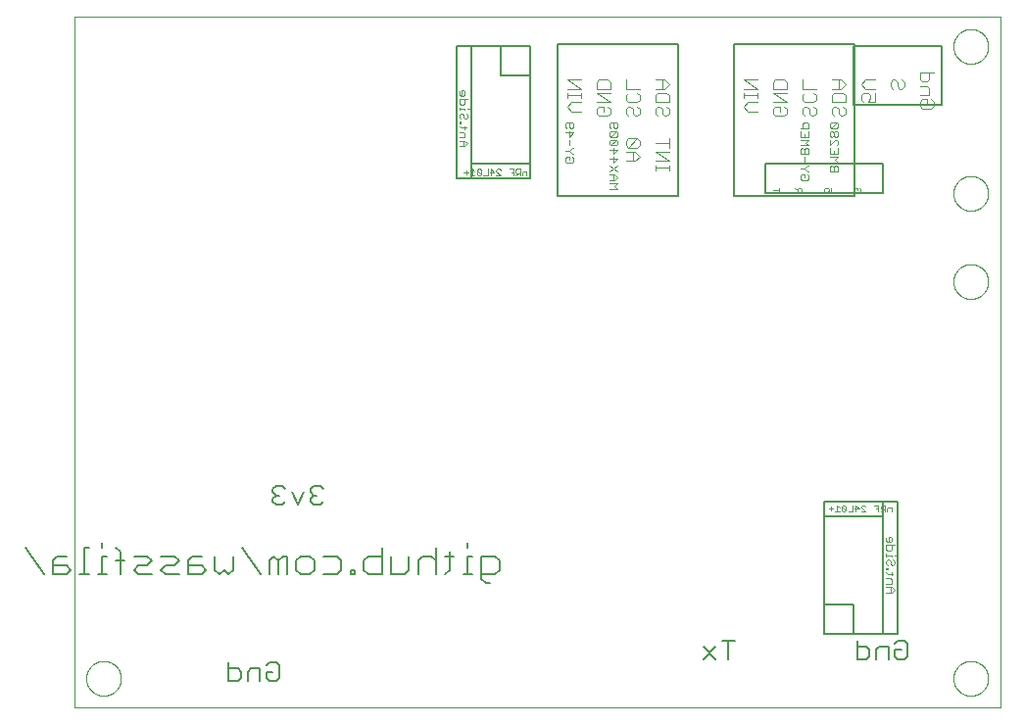
<source format=gbo>
G75*
%MOIN*%
%OFA0B0*%
%FSLAX25Y25*%
%IPPOS*%
%LPD*%
%AMOC8*
5,1,8,0,0,1.08239X$1,22.5*
%
%ADD10C,0.00000*%
%ADD11C,0.00800*%
%ADD12C,0.00600*%
%ADD13C,0.00500*%
%ADD14C,0.00300*%
%ADD15C,0.00200*%
%ADD16C,0.00400*%
D10*
X0023540Y0001000D02*
X0023540Y0235980D01*
X0338501Y0235980D01*
X0338501Y0001000D01*
X0023540Y0001000D01*
X0027634Y0011000D02*
X0027636Y0011153D01*
X0027642Y0011307D01*
X0027652Y0011460D01*
X0027666Y0011612D01*
X0027684Y0011765D01*
X0027706Y0011916D01*
X0027731Y0012067D01*
X0027761Y0012218D01*
X0027795Y0012368D01*
X0027832Y0012516D01*
X0027873Y0012664D01*
X0027918Y0012810D01*
X0027967Y0012956D01*
X0028020Y0013100D01*
X0028076Y0013242D01*
X0028136Y0013383D01*
X0028200Y0013523D01*
X0028267Y0013661D01*
X0028338Y0013797D01*
X0028413Y0013931D01*
X0028490Y0014063D01*
X0028572Y0014193D01*
X0028656Y0014321D01*
X0028744Y0014447D01*
X0028835Y0014570D01*
X0028929Y0014691D01*
X0029027Y0014809D01*
X0029127Y0014925D01*
X0029231Y0015038D01*
X0029337Y0015149D01*
X0029446Y0015257D01*
X0029558Y0015362D01*
X0029672Y0015463D01*
X0029790Y0015562D01*
X0029909Y0015658D01*
X0030031Y0015751D01*
X0030156Y0015840D01*
X0030283Y0015927D01*
X0030412Y0016009D01*
X0030543Y0016089D01*
X0030676Y0016165D01*
X0030811Y0016238D01*
X0030948Y0016307D01*
X0031087Y0016372D01*
X0031227Y0016434D01*
X0031369Y0016492D01*
X0031512Y0016547D01*
X0031657Y0016598D01*
X0031803Y0016645D01*
X0031950Y0016688D01*
X0032098Y0016727D01*
X0032247Y0016763D01*
X0032397Y0016794D01*
X0032548Y0016822D01*
X0032699Y0016846D01*
X0032852Y0016866D01*
X0033004Y0016882D01*
X0033157Y0016894D01*
X0033310Y0016902D01*
X0033463Y0016906D01*
X0033617Y0016906D01*
X0033770Y0016902D01*
X0033923Y0016894D01*
X0034076Y0016882D01*
X0034228Y0016866D01*
X0034381Y0016846D01*
X0034532Y0016822D01*
X0034683Y0016794D01*
X0034833Y0016763D01*
X0034982Y0016727D01*
X0035130Y0016688D01*
X0035277Y0016645D01*
X0035423Y0016598D01*
X0035568Y0016547D01*
X0035711Y0016492D01*
X0035853Y0016434D01*
X0035993Y0016372D01*
X0036132Y0016307D01*
X0036269Y0016238D01*
X0036404Y0016165D01*
X0036537Y0016089D01*
X0036668Y0016009D01*
X0036797Y0015927D01*
X0036924Y0015840D01*
X0037049Y0015751D01*
X0037171Y0015658D01*
X0037290Y0015562D01*
X0037408Y0015463D01*
X0037522Y0015362D01*
X0037634Y0015257D01*
X0037743Y0015149D01*
X0037849Y0015038D01*
X0037953Y0014925D01*
X0038053Y0014809D01*
X0038151Y0014691D01*
X0038245Y0014570D01*
X0038336Y0014447D01*
X0038424Y0014321D01*
X0038508Y0014193D01*
X0038590Y0014063D01*
X0038667Y0013931D01*
X0038742Y0013797D01*
X0038813Y0013661D01*
X0038880Y0013523D01*
X0038944Y0013383D01*
X0039004Y0013242D01*
X0039060Y0013100D01*
X0039113Y0012956D01*
X0039162Y0012810D01*
X0039207Y0012664D01*
X0039248Y0012516D01*
X0039285Y0012368D01*
X0039319Y0012218D01*
X0039349Y0012067D01*
X0039374Y0011916D01*
X0039396Y0011765D01*
X0039414Y0011612D01*
X0039428Y0011460D01*
X0039438Y0011307D01*
X0039444Y0011153D01*
X0039446Y0011000D01*
X0039444Y0010847D01*
X0039438Y0010693D01*
X0039428Y0010540D01*
X0039414Y0010388D01*
X0039396Y0010235D01*
X0039374Y0010084D01*
X0039349Y0009933D01*
X0039319Y0009782D01*
X0039285Y0009632D01*
X0039248Y0009484D01*
X0039207Y0009336D01*
X0039162Y0009190D01*
X0039113Y0009044D01*
X0039060Y0008900D01*
X0039004Y0008758D01*
X0038944Y0008617D01*
X0038880Y0008477D01*
X0038813Y0008339D01*
X0038742Y0008203D01*
X0038667Y0008069D01*
X0038590Y0007937D01*
X0038508Y0007807D01*
X0038424Y0007679D01*
X0038336Y0007553D01*
X0038245Y0007430D01*
X0038151Y0007309D01*
X0038053Y0007191D01*
X0037953Y0007075D01*
X0037849Y0006962D01*
X0037743Y0006851D01*
X0037634Y0006743D01*
X0037522Y0006638D01*
X0037408Y0006537D01*
X0037290Y0006438D01*
X0037171Y0006342D01*
X0037049Y0006249D01*
X0036924Y0006160D01*
X0036797Y0006073D01*
X0036668Y0005991D01*
X0036537Y0005911D01*
X0036404Y0005835D01*
X0036269Y0005762D01*
X0036132Y0005693D01*
X0035993Y0005628D01*
X0035853Y0005566D01*
X0035711Y0005508D01*
X0035568Y0005453D01*
X0035423Y0005402D01*
X0035277Y0005355D01*
X0035130Y0005312D01*
X0034982Y0005273D01*
X0034833Y0005237D01*
X0034683Y0005206D01*
X0034532Y0005178D01*
X0034381Y0005154D01*
X0034228Y0005134D01*
X0034076Y0005118D01*
X0033923Y0005106D01*
X0033770Y0005098D01*
X0033617Y0005094D01*
X0033463Y0005094D01*
X0033310Y0005098D01*
X0033157Y0005106D01*
X0033004Y0005118D01*
X0032852Y0005134D01*
X0032699Y0005154D01*
X0032548Y0005178D01*
X0032397Y0005206D01*
X0032247Y0005237D01*
X0032098Y0005273D01*
X0031950Y0005312D01*
X0031803Y0005355D01*
X0031657Y0005402D01*
X0031512Y0005453D01*
X0031369Y0005508D01*
X0031227Y0005566D01*
X0031087Y0005628D01*
X0030948Y0005693D01*
X0030811Y0005762D01*
X0030676Y0005835D01*
X0030543Y0005911D01*
X0030412Y0005991D01*
X0030283Y0006073D01*
X0030156Y0006160D01*
X0030031Y0006249D01*
X0029909Y0006342D01*
X0029790Y0006438D01*
X0029672Y0006537D01*
X0029558Y0006638D01*
X0029446Y0006743D01*
X0029337Y0006851D01*
X0029231Y0006962D01*
X0029127Y0007075D01*
X0029027Y0007191D01*
X0028929Y0007309D01*
X0028835Y0007430D01*
X0028744Y0007553D01*
X0028656Y0007679D01*
X0028572Y0007807D01*
X0028490Y0007937D01*
X0028413Y0008069D01*
X0028338Y0008203D01*
X0028267Y0008339D01*
X0028200Y0008477D01*
X0028136Y0008617D01*
X0028076Y0008758D01*
X0028020Y0008900D01*
X0027967Y0009044D01*
X0027918Y0009190D01*
X0027873Y0009336D01*
X0027832Y0009484D01*
X0027795Y0009632D01*
X0027761Y0009782D01*
X0027731Y0009933D01*
X0027706Y0010084D01*
X0027684Y0010235D01*
X0027666Y0010388D01*
X0027652Y0010540D01*
X0027642Y0010693D01*
X0027636Y0010847D01*
X0027634Y0011000D01*
X0322634Y0011000D02*
X0322636Y0011153D01*
X0322642Y0011307D01*
X0322652Y0011460D01*
X0322666Y0011612D01*
X0322684Y0011765D01*
X0322706Y0011916D01*
X0322731Y0012067D01*
X0322761Y0012218D01*
X0322795Y0012368D01*
X0322832Y0012516D01*
X0322873Y0012664D01*
X0322918Y0012810D01*
X0322967Y0012956D01*
X0323020Y0013100D01*
X0323076Y0013242D01*
X0323136Y0013383D01*
X0323200Y0013523D01*
X0323267Y0013661D01*
X0323338Y0013797D01*
X0323413Y0013931D01*
X0323490Y0014063D01*
X0323572Y0014193D01*
X0323656Y0014321D01*
X0323744Y0014447D01*
X0323835Y0014570D01*
X0323929Y0014691D01*
X0324027Y0014809D01*
X0324127Y0014925D01*
X0324231Y0015038D01*
X0324337Y0015149D01*
X0324446Y0015257D01*
X0324558Y0015362D01*
X0324672Y0015463D01*
X0324790Y0015562D01*
X0324909Y0015658D01*
X0325031Y0015751D01*
X0325156Y0015840D01*
X0325283Y0015927D01*
X0325412Y0016009D01*
X0325543Y0016089D01*
X0325676Y0016165D01*
X0325811Y0016238D01*
X0325948Y0016307D01*
X0326087Y0016372D01*
X0326227Y0016434D01*
X0326369Y0016492D01*
X0326512Y0016547D01*
X0326657Y0016598D01*
X0326803Y0016645D01*
X0326950Y0016688D01*
X0327098Y0016727D01*
X0327247Y0016763D01*
X0327397Y0016794D01*
X0327548Y0016822D01*
X0327699Y0016846D01*
X0327852Y0016866D01*
X0328004Y0016882D01*
X0328157Y0016894D01*
X0328310Y0016902D01*
X0328463Y0016906D01*
X0328617Y0016906D01*
X0328770Y0016902D01*
X0328923Y0016894D01*
X0329076Y0016882D01*
X0329228Y0016866D01*
X0329381Y0016846D01*
X0329532Y0016822D01*
X0329683Y0016794D01*
X0329833Y0016763D01*
X0329982Y0016727D01*
X0330130Y0016688D01*
X0330277Y0016645D01*
X0330423Y0016598D01*
X0330568Y0016547D01*
X0330711Y0016492D01*
X0330853Y0016434D01*
X0330993Y0016372D01*
X0331132Y0016307D01*
X0331269Y0016238D01*
X0331404Y0016165D01*
X0331537Y0016089D01*
X0331668Y0016009D01*
X0331797Y0015927D01*
X0331924Y0015840D01*
X0332049Y0015751D01*
X0332171Y0015658D01*
X0332290Y0015562D01*
X0332408Y0015463D01*
X0332522Y0015362D01*
X0332634Y0015257D01*
X0332743Y0015149D01*
X0332849Y0015038D01*
X0332953Y0014925D01*
X0333053Y0014809D01*
X0333151Y0014691D01*
X0333245Y0014570D01*
X0333336Y0014447D01*
X0333424Y0014321D01*
X0333508Y0014193D01*
X0333590Y0014063D01*
X0333667Y0013931D01*
X0333742Y0013797D01*
X0333813Y0013661D01*
X0333880Y0013523D01*
X0333944Y0013383D01*
X0334004Y0013242D01*
X0334060Y0013100D01*
X0334113Y0012956D01*
X0334162Y0012810D01*
X0334207Y0012664D01*
X0334248Y0012516D01*
X0334285Y0012368D01*
X0334319Y0012218D01*
X0334349Y0012067D01*
X0334374Y0011916D01*
X0334396Y0011765D01*
X0334414Y0011612D01*
X0334428Y0011460D01*
X0334438Y0011307D01*
X0334444Y0011153D01*
X0334446Y0011000D01*
X0334444Y0010847D01*
X0334438Y0010693D01*
X0334428Y0010540D01*
X0334414Y0010388D01*
X0334396Y0010235D01*
X0334374Y0010084D01*
X0334349Y0009933D01*
X0334319Y0009782D01*
X0334285Y0009632D01*
X0334248Y0009484D01*
X0334207Y0009336D01*
X0334162Y0009190D01*
X0334113Y0009044D01*
X0334060Y0008900D01*
X0334004Y0008758D01*
X0333944Y0008617D01*
X0333880Y0008477D01*
X0333813Y0008339D01*
X0333742Y0008203D01*
X0333667Y0008069D01*
X0333590Y0007937D01*
X0333508Y0007807D01*
X0333424Y0007679D01*
X0333336Y0007553D01*
X0333245Y0007430D01*
X0333151Y0007309D01*
X0333053Y0007191D01*
X0332953Y0007075D01*
X0332849Y0006962D01*
X0332743Y0006851D01*
X0332634Y0006743D01*
X0332522Y0006638D01*
X0332408Y0006537D01*
X0332290Y0006438D01*
X0332171Y0006342D01*
X0332049Y0006249D01*
X0331924Y0006160D01*
X0331797Y0006073D01*
X0331668Y0005991D01*
X0331537Y0005911D01*
X0331404Y0005835D01*
X0331269Y0005762D01*
X0331132Y0005693D01*
X0330993Y0005628D01*
X0330853Y0005566D01*
X0330711Y0005508D01*
X0330568Y0005453D01*
X0330423Y0005402D01*
X0330277Y0005355D01*
X0330130Y0005312D01*
X0329982Y0005273D01*
X0329833Y0005237D01*
X0329683Y0005206D01*
X0329532Y0005178D01*
X0329381Y0005154D01*
X0329228Y0005134D01*
X0329076Y0005118D01*
X0328923Y0005106D01*
X0328770Y0005098D01*
X0328617Y0005094D01*
X0328463Y0005094D01*
X0328310Y0005098D01*
X0328157Y0005106D01*
X0328004Y0005118D01*
X0327852Y0005134D01*
X0327699Y0005154D01*
X0327548Y0005178D01*
X0327397Y0005206D01*
X0327247Y0005237D01*
X0327098Y0005273D01*
X0326950Y0005312D01*
X0326803Y0005355D01*
X0326657Y0005402D01*
X0326512Y0005453D01*
X0326369Y0005508D01*
X0326227Y0005566D01*
X0326087Y0005628D01*
X0325948Y0005693D01*
X0325811Y0005762D01*
X0325676Y0005835D01*
X0325543Y0005911D01*
X0325412Y0005991D01*
X0325283Y0006073D01*
X0325156Y0006160D01*
X0325031Y0006249D01*
X0324909Y0006342D01*
X0324790Y0006438D01*
X0324672Y0006537D01*
X0324558Y0006638D01*
X0324446Y0006743D01*
X0324337Y0006851D01*
X0324231Y0006962D01*
X0324127Y0007075D01*
X0324027Y0007191D01*
X0323929Y0007309D01*
X0323835Y0007430D01*
X0323744Y0007553D01*
X0323656Y0007679D01*
X0323572Y0007807D01*
X0323490Y0007937D01*
X0323413Y0008069D01*
X0323338Y0008203D01*
X0323267Y0008339D01*
X0323200Y0008477D01*
X0323136Y0008617D01*
X0323076Y0008758D01*
X0323020Y0008900D01*
X0322967Y0009044D01*
X0322918Y0009190D01*
X0322873Y0009336D01*
X0322832Y0009484D01*
X0322795Y0009632D01*
X0322761Y0009782D01*
X0322731Y0009933D01*
X0322706Y0010084D01*
X0322684Y0010235D01*
X0322666Y0010388D01*
X0322652Y0010540D01*
X0322642Y0010693D01*
X0322636Y0010847D01*
X0322634Y0011000D01*
X0322634Y0146000D02*
X0322636Y0146153D01*
X0322642Y0146307D01*
X0322652Y0146460D01*
X0322666Y0146612D01*
X0322684Y0146765D01*
X0322706Y0146916D01*
X0322731Y0147067D01*
X0322761Y0147218D01*
X0322795Y0147368D01*
X0322832Y0147516D01*
X0322873Y0147664D01*
X0322918Y0147810D01*
X0322967Y0147956D01*
X0323020Y0148100D01*
X0323076Y0148242D01*
X0323136Y0148383D01*
X0323200Y0148523D01*
X0323267Y0148661D01*
X0323338Y0148797D01*
X0323413Y0148931D01*
X0323490Y0149063D01*
X0323572Y0149193D01*
X0323656Y0149321D01*
X0323744Y0149447D01*
X0323835Y0149570D01*
X0323929Y0149691D01*
X0324027Y0149809D01*
X0324127Y0149925D01*
X0324231Y0150038D01*
X0324337Y0150149D01*
X0324446Y0150257D01*
X0324558Y0150362D01*
X0324672Y0150463D01*
X0324790Y0150562D01*
X0324909Y0150658D01*
X0325031Y0150751D01*
X0325156Y0150840D01*
X0325283Y0150927D01*
X0325412Y0151009D01*
X0325543Y0151089D01*
X0325676Y0151165D01*
X0325811Y0151238D01*
X0325948Y0151307D01*
X0326087Y0151372D01*
X0326227Y0151434D01*
X0326369Y0151492D01*
X0326512Y0151547D01*
X0326657Y0151598D01*
X0326803Y0151645D01*
X0326950Y0151688D01*
X0327098Y0151727D01*
X0327247Y0151763D01*
X0327397Y0151794D01*
X0327548Y0151822D01*
X0327699Y0151846D01*
X0327852Y0151866D01*
X0328004Y0151882D01*
X0328157Y0151894D01*
X0328310Y0151902D01*
X0328463Y0151906D01*
X0328617Y0151906D01*
X0328770Y0151902D01*
X0328923Y0151894D01*
X0329076Y0151882D01*
X0329228Y0151866D01*
X0329381Y0151846D01*
X0329532Y0151822D01*
X0329683Y0151794D01*
X0329833Y0151763D01*
X0329982Y0151727D01*
X0330130Y0151688D01*
X0330277Y0151645D01*
X0330423Y0151598D01*
X0330568Y0151547D01*
X0330711Y0151492D01*
X0330853Y0151434D01*
X0330993Y0151372D01*
X0331132Y0151307D01*
X0331269Y0151238D01*
X0331404Y0151165D01*
X0331537Y0151089D01*
X0331668Y0151009D01*
X0331797Y0150927D01*
X0331924Y0150840D01*
X0332049Y0150751D01*
X0332171Y0150658D01*
X0332290Y0150562D01*
X0332408Y0150463D01*
X0332522Y0150362D01*
X0332634Y0150257D01*
X0332743Y0150149D01*
X0332849Y0150038D01*
X0332953Y0149925D01*
X0333053Y0149809D01*
X0333151Y0149691D01*
X0333245Y0149570D01*
X0333336Y0149447D01*
X0333424Y0149321D01*
X0333508Y0149193D01*
X0333590Y0149063D01*
X0333667Y0148931D01*
X0333742Y0148797D01*
X0333813Y0148661D01*
X0333880Y0148523D01*
X0333944Y0148383D01*
X0334004Y0148242D01*
X0334060Y0148100D01*
X0334113Y0147956D01*
X0334162Y0147810D01*
X0334207Y0147664D01*
X0334248Y0147516D01*
X0334285Y0147368D01*
X0334319Y0147218D01*
X0334349Y0147067D01*
X0334374Y0146916D01*
X0334396Y0146765D01*
X0334414Y0146612D01*
X0334428Y0146460D01*
X0334438Y0146307D01*
X0334444Y0146153D01*
X0334446Y0146000D01*
X0334444Y0145847D01*
X0334438Y0145693D01*
X0334428Y0145540D01*
X0334414Y0145388D01*
X0334396Y0145235D01*
X0334374Y0145084D01*
X0334349Y0144933D01*
X0334319Y0144782D01*
X0334285Y0144632D01*
X0334248Y0144484D01*
X0334207Y0144336D01*
X0334162Y0144190D01*
X0334113Y0144044D01*
X0334060Y0143900D01*
X0334004Y0143758D01*
X0333944Y0143617D01*
X0333880Y0143477D01*
X0333813Y0143339D01*
X0333742Y0143203D01*
X0333667Y0143069D01*
X0333590Y0142937D01*
X0333508Y0142807D01*
X0333424Y0142679D01*
X0333336Y0142553D01*
X0333245Y0142430D01*
X0333151Y0142309D01*
X0333053Y0142191D01*
X0332953Y0142075D01*
X0332849Y0141962D01*
X0332743Y0141851D01*
X0332634Y0141743D01*
X0332522Y0141638D01*
X0332408Y0141537D01*
X0332290Y0141438D01*
X0332171Y0141342D01*
X0332049Y0141249D01*
X0331924Y0141160D01*
X0331797Y0141073D01*
X0331668Y0140991D01*
X0331537Y0140911D01*
X0331404Y0140835D01*
X0331269Y0140762D01*
X0331132Y0140693D01*
X0330993Y0140628D01*
X0330853Y0140566D01*
X0330711Y0140508D01*
X0330568Y0140453D01*
X0330423Y0140402D01*
X0330277Y0140355D01*
X0330130Y0140312D01*
X0329982Y0140273D01*
X0329833Y0140237D01*
X0329683Y0140206D01*
X0329532Y0140178D01*
X0329381Y0140154D01*
X0329228Y0140134D01*
X0329076Y0140118D01*
X0328923Y0140106D01*
X0328770Y0140098D01*
X0328617Y0140094D01*
X0328463Y0140094D01*
X0328310Y0140098D01*
X0328157Y0140106D01*
X0328004Y0140118D01*
X0327852Y0140134D01*
X0327699Y0140154D01*
X0327548Y0140178D01*
X0327397Y0140206D01*
X0327247Y0140237D01*
X0327098Y0140273D01*
X0326950Y0140312D01*
X0326803Y0140355D01*
X0326657Y0140402D01*
X0326512Y0140453D01*
X0326369Y0140508D01*
X0326227Y0140566D01*
X0326087Y0140628D01*
X0325948Y0140693D01*
X0325811Y0140762D01*
X0325676Y0140835D01*
X0325543Y0140911D01*
X0325412Y0140991D01*
X0325283Y0141073D01*
X0325156Y0141160D01*
X0325031Y0141249D01*
X0324909Y0141342D01*
X0324790Y0141438D01*
X0324672Y0141537D01*
X0324558Y0141638D01*
X0324446Y0141743D01*
X0324337Y0141851D01*
X0324231Y0141962D01*
X0324127Y0142075D01*
X0324027Y0142191D01*
X0323929Y0142309D01*
X0323835Y0142430D01*
X0323744Y0142553D01*
X0323656Y0142679D01*
X0323572Y0142807D01*
X0323490Y0142937D01*
X0323413Y0143069D01*
X0323338Y0143203D01*
X0323267Y0143339D01*
X0323200Y0143477D01*
X0323136Y0143617D01*
X0323076Y0143758D01*
X0323020Y0143900D01*
X0322967Y0144044D01*
X0322918Y0144190D01*
X0322873Y0144336D01*
X0322832Y0144484D01*
X0322795Y0144632D01*
X0322761Y0144782D01*
X0322731Y0144933D01*
X0322706Y0145084D01*
X0322684Y0145235D01*
X0322666Y0145388D01*
X0322652Y0145540D01*
X0322642Y0145693D01*
X0322636Y0145847D01*
X0322634Y0146000D01*
X0322634Y0176000D02*
X0322636Y0176153D01*
X0322642Y0176307D01*
X0322652Y0176460D01*
X0322666Y0176612D01*
X0322684Y0176765D01*
X0322706Y0176916D01*
X0322731Y0177067D01*
X0322761Y0177218D01*
X0322795Y0177368D01*
X0322832Y0177516D01*
X0322873Y0177664D01*
X0322918Y0177810D01*
X0322967Y0177956D01*
X0323020Y0178100D01*
X0323076Y0178242D01*
X0323136Y0178383D01*
X0323200Y0178523D01*
X0323267Y0178661D01*
X0323338Y0178797D01*
X0323413Y0178931D01*
X0323490Y0179063D01*
X0323572Y0179193D01*
X0323656Y0179321D01*
X0323744Y0179447D01*
X0323835Y0179570D01*
X0323929Y0179691D01*
X0324027Y0179809D01*
X0324127Y0179925D01*
X0324231Y0180038D01*
X0324337Y0180149D01*
X0324446Y0180257D01*
X0324558Y0180362D01*
X0324672Y0180463D01*
X0324790Y0180562D01*
X0324909Y0180658D01*
X0325031Y0180751D01*
X0325156Y0180840D01*
X0325283Y0180927D01*
X0325412Y0181009D01*
X0325543Y0181089D01*
X0325676Y0181165D01*
X0325811Y0181238D01*
X0325948Y0181307D01*
X0326087Y0181372D01*
X0326227Y0181434D01*
X0326369Y0181492D01*
X0326512Y0181547D01*
X0326657Y0181598D01*
X0326803Y0181645D01*
X0326950Y0181688D01*
X0327098Y0181727D01*
X0327247Y0181763D01*
X0327397Y0181794D01*
X0327548Y0181822D01*
X0327699Y0181846D01*
X0327852Y0181866D01*
X0328004Y0181882D01*
X0328157Y0181894D01*
X0328310Y0181902D01*
X0328463Y0181906D01*
X0328617Y0181906D01*
X0328770Y0181902D01*
X0328923Y0181894D01*
X0329076Y0181882D01*
X0329228Y0181866D01*
X0329381Y0181846D01*
X0329532Y0181822D01*
X0329683Y0181794D01*
X0329833Y0181763D01*
X0329982Y0181727D01*
X0330130Y0181688D01*
X0330277Y0181645D01*
X0330423Y0181598D01*
X0330568Y0181547D01*
X0330711Y0181492D01*
X0330853Y0181434D01*
X0330993Y0181372D01*
X0331132Y0181307D01*
X0331269Y0181238D01*
X0331404Y0181165D01*
X0331537Y0181089D01*
X0331668Y0181009D01*
X0331797Y0180927D01*
X0331924Y0180840D01*
X0332049Y0180751D01*
X0332171Y0180658D01*
X0332290Y0180562D01*
X0332408Y0180463D01*
X0332522Y0180362D01*
X0332634Y0180257D01*
X0332743Y0180149D01*
X0332849Y0180038D01*
X0332953Y0179925D01*
X0333053Y0179809D01*
X0333151Y0179691D01*
X0333245Y0179570D01*
X0333336Y0179447D01*
X0333424Y0179321D01*
X0333508Y0179193D01*
X0333590Y0179063D01*
X0333667Y0178931D01*
X0333742Y0178797D01*
X0333813Y0178661D01*
X0333880Y0178523D01*
X0333944Y0178383D01*
X0334004Y0178242D01*
X0334060Y0178100D01*
X0334113Y0177956D01*
X0334162Y0177810D01*
X0334207Y0177664D01*
X0334248Y0177516D01*
X0334285Y0177368D01*
X0334319Y0177218D01*
X0334349Y0177067D01*
X0334374Y0176916D01*
X0334396Y0176765D01*
X0334414Y0176612D01*
X0334428Y0176460D01*
X0334438Y0176307D01*
X0334444Y0176153D01*
X0334446Y0176000D01*
X0334444Y0175847D01*
X0334438Y0175693D01*
X0334428Y0175540D01*
X0334414Y0175388D01*
X0334396Y0175235D01*
X0334374Y0175084D01*
X0334349Y0174933D01*
X0334319Y0174782D01*
X0334285Y0174632D01*
X0334248Y0174484D01*
X0334207Y0174336D01*
X0334162Y0174190D01*
X0334113Y0174044D01*
X0334060Y0173900D01*
X0334004Y0173758D01*
X0333944Y0173617D01*
X0333880Y0173477D01*
X0333813Y0173339D01*
X0333742Y0173203D01*
X0333667Y0173069D01*
X0333590Y0172937D01*
X0333508Y0172807D01*
X0333424Y0172679D01*
X0333336Y0172553D01*
X0333245Y0172430D01*
X0333151Y0172309D01*
X0333053Y0172191D01*
X0332953Y0172075D01*
X0332849Y0171962D01*
X0332743Y0171851D01*
X0332634Y0171743D01*
X0332522Y0171638D01*
X0332408Y0171537D01*
X0332290Y0171438D01*
X0332171Y0171342D01*
X0332049Y0171249D01*
X0331924Y0171160D01*
X0331797Y0171073D01*
X0331668Y0170991D01*
X0331537Y0170911D01*
X0331404Y0170835D01*
X0331269Y0170762D01*
X0331132Y0170693D01*
X0330993Y0170628D01*
X0330853Y0170566D01*
X0330711Y0170508D01*
X0330568Y0170453D01*
X0330423Y0170402D01*
X0330277Y0170355D01*
X0330130Y0170312D01*
X0329982Y0170273D01*
X0329833Y0170237D01*
X0329683Y0170206D01*
X0329532Y0170178D01*
X0329381Y0170154D01*
X0329228Y0170134D01*
X0329076Y0170118D01*
X0328923Y0170106D01*
X0328770Y0170098D01*
X0328617Y0170094D01*
X0328463Y0170094D01*
X0328310Y0170098D01*
X0328157Y0170106D01*
X0328004Y0170118D01*
X0327852Y0170134D01*
X0327699Y0170154D01*
X0327548Y0170178D01*
X0327397Y0170206D01*
X0327247Y0170237D01*
X0327098Y0170273D01*
X0326950Y0170312D01*
X0326803Y0170355D01*
X0326657Y0170402D01*
X0326512Y0170453D01*
X0326369Y0170508D01*
X0326227Y0170566D01*
X0326087Y0170628D01*
X0325948Y0170693D01*
X0325811Y0170762D01*
X0325676Y0170835D01*
X0325543Y0170911D01*
X0325412Y0170991D01*
X0325283Y0171073D01*
X0325156Y0171160D01*
X0325031Y0171249D01*
X0324909Y0171342D01*
X0324790Y0171438D01*
X0324672Y0171537D01*
X0324558Y0171638D01*
X0324446Y0171743D01*
X0324337Y0171851D01*
X0324231Y0171962D01*
X0324127Y0172075D01*
X0324027Y0172191D01*
X0323929Y0172309D01*
X0323835Y0172430D01*
X0323744Y0172553D01*
X0323656Y0172679D01*
X0323572Y0172807D01*
X0323490Y0172937D01*
X0323413Y0173069D01*
X0323338Y0173203D01*
X0323267Y0173339D01*
X0323200Y0173477D01*
X0323136Y0173617D01*
X0323076Y0173758D01*
X0323020Y0173900D01*
X0322967Y0174044D01*
X0322918Y0174190D01*
X0322873Y0174336D01*
X0322832Y0174484D01*
X0322795Y0174632D01*
X0322761Y0174782D01*
X0322731Y0174933D01*
X0322706Y0175084D01*
X0322684Y0175235D01*
X0322666Y0175388D01*
X0322652Y0175540D01*
X0322642Y0175693D01*
X0322636Y0175847D01*
X0322634Y0176000D01*
X0322634Y0226000D02*
X0322636Y0226153D01*
X0322642Y0226307D01*
X0322652Y0226460D01*
X0322666Y0226612D01*
X0322684Y0226765D01*
X0322706Y0226916D01*
X0322731Y0227067D01*
X0322761Y0227218D01*
X0322795Y0227368D01*
X0322832Y0227516D01*
X0322873Y0227664D01*
X0322918Y0227810D01*
X0322967Y0227956D01*
X0323020Y0228100D01*
X0323076Y0228242D01*
X0323136Y0228383D01*
X0323200Y0228523D01*
X0323267Y0228661D01*
X0323338Y0228797D01*
X0323413Y0228931D01*
X0323490Y0229063D01*
X0323572Y0229193D01*
X0323656Y0229321D01*
X0323744Y0229447D01*
X0323835Y0229570D01*
X0323929Y0229691D01*
X0324027Y0229809D01*
X0324127Y0229925D01*
X0324231Y0230038D01*
X0324337Y0230149D01*
X0324446Y0230257D01*
X0324558Y0230362D01*
X0324672Y0230463D01*
X0324790Y0230562D01*
X0324909Y0230658D01*
X0325031Y0230751D01*
X0325156Y0230840D01*
X0325283Y0230927D01*
X0325412Y0231009D01*
X0325543Y0231089D01*
X0325676Y0231165D01*
X0325811Y0231238D01*
X0325948Y0231307D01*
X0326087Y0231372D01*
X0326227Y0231434D01*
X0326369Y0231492D01*
X0326512Y0231547D01*
X0326657Y0231598D01*
X0326803Y0231645D01*
X0326950Y0231688D01*
X0327098Y0231727D01*
X0327247Y0231763D01*
X0327397Y0231794D01*
X0327548Y0231822D01*
X0327699Y0231846D01*
X0327852Y0231866D01*
X0328004Y0231882D01*
X0328157Y0231894D01*
X0328310Y0231902D01*
X0328463Y0231906D01*
X0328617Y0231906D01*
X0328770Y0231902D01*
X0328923Y0231894D01*
X0329076Y0231882D01*
X0329228Y0231866D01*
X0329381Y0231846D01*
X0329532Y0231822D01*
X0329683Y0231794D01*
X0329833Y0231763D01*
X0329982Y0231727D01*
X0330130Y0231688D01*
X0330277Y0231645D01*
X0330423Y0231598D01*
X0330568Y0231547D01*
X0330711Y0231492D01*
X0330853Y0231434D01*
X0330993Y0231372D01*
X0331132Y0231307D01*
X0331269Y0231238D01*
X0331404Y0231165D01*
X0331537Y0231089D01*
X0331668Y0231009D01*
X0331797Y0230927D01*
X0331924Y0230840D01*
X0332049Y0230751D01*
X0332171Y0230658D01*
X0332290Y0230562D01*
X0332408Y0230463D01*
X0332522Y0230362D01*
X0332634Y0230257D01*
X0332743Y0230149D01*
X0332849Y0230038D01*
X0332953Y0229925D01*
X0333053Y0229809D01*
X0333151Y0229691D01*
X0333245Y0229570D01*
X0333336Y0229447D01*
X0333424Y0229321D01*
X0333508Y0229193D01*
X0333590Y0229063D01*
X0333667Y0228931D01*
X0333742Y0228797D01*
X0333813Y0228661D01*
X0333880Y0228523D01*
X0333944Y0228383D01*
X0334004Y0228242D01*
X0334060Y0228100D01*
X0334113Y0227956D01*
X0334162Y0227810D01*
X0334207Y0227664D01*
X0334248Y0227516D01*
X0334285Y0227368D01*
X0334319Y0227218D01*
X0334349Y0227067D01*
X0334374Y0226916D01*
X0334396Y0226765D01*
X0334414Y0226612D01*
X0334428Y0226460D01*
X0334438Y0226307D01*
X0334444Y0226153D01*
X0334446Y0226000D01*
X0334444Y0225847D01*
X0334438Y0225693D01*
X0334428Y0225540D01*
X0334414Y0225388D01*
X0334396Y0225235D01*
X0334374Y0225084D01*
X0334349Y0224933D01*
X0334319Y0224782D01*
X0334285Y0224632D01*
X0334248Y0224484D01*
X0334207Y0224336D01*
X0334162Y0224190D01*
X0334113Y0224044D01*
X0334060Y0223900D01*
X0334004Y0223758D01*
X0333944Y0223617D01*
X0333880Y0223477D01*
X0333813Y0223339D01*
X0333742Y0223203D01*
X0333667Y0223069D01*
X0333590Y0222937D01*
X0333508Y0222807D01*
X0333424Y0222679D01*
X0333336Y0222553D01*
X0333245Y0222430D01*
X0333151Y0222309D01*
X0333053Y0222191D01*
X0332953Y0222075D01*
X0332849Y0221962D01*
X0332743Y0221851D01*
X0332634Y0221743D01*
X0332522Y0221638D01*
X0332408Y0221537D01*
X0332290Y0221438D01*
X0332171Y0221342D01*
X0332049Y0221249D01*
X0331924Y0221160D01*
X0331797Y0221073D01*
X0331668Y0220991D01*
X0331537Y0220911D01*
X0331404Y0220835D01*
X0331269Y0220762D01*
X0331132Y0220693D01*
X0330993Y0220628D01*
X0330853Y0220566D01*
X0330711Y0220508D01*
X0330568Y0220453D01*
X0330423Y0220402D01*
X0330277Y0220355D01*
X0330130Y0220312D01*
X0329982Y0220273D01*
X0329833Y0220237D01*
X0329683Y0220206D01*
X0329532Y0220178D01*
X0329381Y0220154D01*
X0329228Y0220134D01*
X0329076Y0220118D01*
X0328923Y0220106D01*
X0328770Y0220098D01*
X0328617Y0220094D01*
X0328463Y0220094D01*
X0328310Y0220098D01*
X0328157Y0220106D01*
X0328004Y0220118D01*
X0327852Y0220134D01*
X0327699Y0220154D01*
X0327548Y0220178D01*
X0327397Y0220206D01*
X0327247Y0220237D01*
X0327098Y0220273D01*
X0326950Y0220312D01*
X0326803Y0220355D01*
X0326657Y0220402D01*
X0326512Y0220453D01*
X0326369Y0220508D01*
X0326227Y0220566D01*
X0326087Y0220628D01*
X0325948Y0220693D01*
X0325811Y0220762D01*
X0325676Y0220835D01*
X0325543Y0220911D01*
X0325412Y0220991D01*
X0325283Y0221073D01*
X0325156Y0221160D01*
X0325031Y0221249D01*
X0324909Y0221342D01*
X0324790Y0221438D01*
X0324672Y0221537D01*
X0324558Y0221638D01*
X0324446Y0221743D01*
X0324337Y0221851D01*
X0324231Y0221962D01*
X0324127Y0222075D01*
X0324027Y0222191D01*
X0323929Y0222309D01*
X0323835Y0222430D01*
X0323744Y0222553D01*
X0323656Y0222679D01*
X0323572Y0222807D01*
X0323490Y0222937D01*
X0323413Y0223069D01*
X0323338Y0223203D01*
X0323267Y0223339D01*
X0323200Y0223477D01*
X0323136Y0223617D01*
X0323076Y0223758D01*
X0323020Y0223900D01*
X0322967Y0224044D01*
X0322918Y0224190D01*
X0322873Y0224336D01*
X0322832Y0224484D01*
X0322795Y0224632D01*
X0322761Y0224782D01*
X0322731Y0224933D01*
X0322706Y0225084D01*
X0322684Y0225235D01*
X0322666Y0225388D01*
X0322652Y0225540D01*
X0322642Y0225693D01*
X0322636Y0225847D01*
X0322634Y0226000D01*
D11*
X0157398Y0057143D02*
X0157398Y0055608D01*
X0157398Y0052539D02*
X0157398Y0046400D01*
X0158932Y0046400D02*
X0155863Y0046400D01*
X0151259Y0047935D02*
X0149725Y0046400D01*
X0151259Y0047935D02*
X0151259Y0054073D01*
X0149725Y0052539D02*
X0152794Y0052539D01*
X0157398Y0052539D02*
X0158932Y0052539D01*
X0162002Y0052539D02*
X0166606Y0052539D01*
X0168140Y0051004D01*
X0168140Y0047935D01*
X0166606Y0046400D01*
X0162002Y0046400D01*
X0162002Y0044865D02*
X0162002Y0052539D01*
X0162002Y0044865D02*
X0163536Y0043331D01*
X0165071Y0043331D01*
X0146655Y0046400D02*
X0146655Y0055608D01*
X0145121Y0052539D02*
X0142051Y0052539D01*
X0140517Y0051004D01*
X0140517Y0046400D01*
X0137447Y0047935D02*
X0135913Y0046400D01*
X0131309Y0046400D01*
X0131309Y0052539D01*
X0128240Y0052539D02*
X0123636Y0052539D01*
X0122101Y0051004D01*
X0122101Y0047935D01*
X0123636Y0046400D01*
X0128240Y0046400D01*
X0128240Y0055608D01*
X0137447Y0052539D02*
X0137447Y0047935D01*
X0145121Y0052539D02*
X0146655Y0051004D01*
X0119032Y0047935D02*
X0119032Y0046400D01*
X0117497Y0046400D01*
X0117497Y0047935D01*
X0119032Y0047935D01*
X0114428Y0047935D02*
X0112893Y0046400D01*
X0108289Y0046400D01*
X0105220Y0047935D02*
X0103685Y0046400D01*
X0100616Y0046400D01*
X0099081Y0047935D01*
X0099081Y0051004D01*
X0100616Y0052539D01*
X0103685Y0052539D01*
X0105220Y0051004D01*
X0105220Y0047935D01*
X0108289Y0052539D02*
X0112893Y0052539D01*
X0114428Y0051004D01*
X0114428Y0047935D01*
X0096012Y0046400D02*
X0096012Y0052539D01*
X0094477Y0052539D01*
X0092943Y0051004D01*
X0091408Y0052539D01*
X0089874Y0051004D01*
X0089874Y0046400D01*
X0092943Y0046400D02*
X0092943Y0051004D01*
X0086804Y0046400D02*
X0080666Y0055608D01*
X0077596Y0052539D02*
X0077596Y0047935D01*
X0076062Y0046400D01*
X0074527Y0047935D01*
X0072992Y0046400D01*
X0071458Y0047935D01*
X0071458Y0052539D01*
X0066854Y0052539D02*
X0063785Y0052539D01*
X0062250Y0051004D01*
X0062250Y0046400D01*
X0066854Y0046400D01*
X0068389Y0047935D01*
X0066854Y0049469D01*
X0062250Y0049469D01*
X0059181Y0051004D02*
X0057646Y0052539D01*
X0053042Y0052539D01*
X0049973Y0051004D02*
X0048438Y0052539D01*
X0043834Y0052539D01*
X0040765Y0051004D02*
X0037696Y0051004D01*
X0039230Y0054073D02*
X0037696Y0055608D01*
X0039230Y0054073D02*
X0039230Y0046400D01*
X0034626Y0046400D02*
X0031557Y0046400D01*
X0033092Y0046400D02*
X0033092Y0052539D01*
X0034626Y0052539D01*
X0033092Y0055608D02*
X0033092Y0057143D01*
X0028488Y0055608D02*
X0026953Y0055608D01*
X0026953Y0046400D01*
X0025419Y0046400D02*
X0028488Y0046400D01*
X0022349Y0047935D02*
X0020815Y0046400D01*
X0016211Y0046400D01*
X0016211Y0051004D01*
X0017745Y0052539D01*
X0020815Y0052539D01*
X0020815Y0049469D02*
X0016211Y0049469D01*
X0013141Y0046400D02*
X0007003Y0055608D01*
X0020815Y0049469D02*
X0022349Y0047935D01*
X0043834Y0047935D02*
X0045369Y0049469D01*
X0048438Y0049469D01*
X0049973Y0051004D01*
X0053042Y0047935D02*
X0054577Y0049469D01*
X0057646Y0049469D01*
X0059181Y0051004D01*
X0059181Y0046400D02*
X0054577Y0046400D01*
X0053042Y0047935D01*
X0049973Y0046400D02*
X0045369Y0046400D01*
X0043834Y0047935D01*
D12*
X0076079Y0016455D02*
X0076079Y0010050D01*
X0079282Y0010050D01*
X0080349Y0011118D01*
X0080349Y0013253D01*
X0079282Y0014320D01*
X0076079Y0014320D01*
X0082525Y0013253D02*
X0082525Y0010050D01*
X0082525Y0013253D02*
X0083592Y0014320D01*
X0086795Y0014320D01*
X0086795Y0010050D01*
X0088970Y0011118D02*
X0088970Y0013253D01*
X0091105Y0013253D01*
X0088970Y0015388D02*
X0090038Y0016455D01*
X0092173Y0016455D01*
X0093240Y0015388D01*
X0093240Y0011118D01*
X0092173Y0010050D01*
X0090038Y0010050D01*
X0088970Y0011118D01*
X0092147Y0070050D02*
X0091079Y0071118D01*
X0091079Y0072185D01*
X0092147Y0073253D01*
X0093214Y0073253D01*
X0092147Y0073253D02*
X0091079Y0074320D01*
X0091079Y0075388D01*
X0092147Y0076455D01*
X0094282Y0076455D01*
X0095349Y0075388D01*
X0097525Y0074320D02*
X0099660Y0070050D01*
X0101795Y0074320D01*
X0103970Y0074320D02*
X0105038Y0073253D01*
X0103970Y0072185D01*
X0103970Y0071118D01*
X0105038Y0070050D01*
X0107173Y0070050D01*
X0108240Y0071118D01*
X0106105Y0073253D02*
X0105038Y0073253D01*
X0103970Y0074320D02*
X0103970Y0075388D01*
X0105038Y0076455D01*
X0107173Y0076455D01*
X0108240Y0075388D01*
X0095349Y0071118D02*
X0094282Y0070050D01*
X0092147Y0070050D01*
X0237525Y0021820D02*
X0241795Y0017550D01*
X0246105Y0017550D02*
X0246105Y0023955D01*
X0248240Y0023955D02*
X0243970Y0023955D01*
X0241795Y0021820D02*
X0237525Y0017550D01*
X0289829Y0017550D02*
X0293032Y0017550D01*
X0294099Y0018618D01*
X0294099Y0020753D01*
X0293032Y0021820D01*
X0289829Y0021820D01*
X0289829Y0023955D02*
X0289829Y0017550D01*
X0296275Y0017550D02*
X0296275Y0020753D01*
X0297342Y0021820D01*
X0300545Y0021820D01*
X0300545Y0017550D01*
X0302720Y0018618D02*
X0302720Y0020753D01*
X0304855Y0020753D01*
X0302720Y0022888D02*
X0303788Y0023955D01*
X0305923Y0023955D01*
X0306990Y0022888D01*
X0306990Y0018618D01*
X0305923Y0017550D01*
X0303788Y0017550D01*
X0302720Y0018618D01*
D13*
X0303540Y0026000D02*
X0298540Y0026000D01*
X0298540Y0066000D01*
X0298540Y0071000D01*
X0303540Y0071000D01*
X0303540Y0026000D01*
X0298540Y0026000D02*
X0288540Y0026000D01*
X0288540Y0036000D01*
X0278540Y0036000D01*
X0278540Y0066000D01*
X0278540Y0071000D01*
X0298540Y0071000D01*
X0298540Y0066000D02*
X0278540Y0066000D01*
X0278540Y0036000D02*
X0278540Y0026000D01*
X0288540Y0026000D01*
X0289092Y0175094D02*
X0247989Y0175094D01*
X0247989Y0226906D01*
X0289092Y0226906D01*
X0289092Y0175094D01*
X0298540Y0176000D02*
X0298540Y0186000D01*
X0258540Y0186000D01*
X0258540Y0176000D01*
X0298540Y0176000D01*
X0288540Y0206000D02*
X0288540Y0226000D01*
X0318540Y0226000D01*
X0318540Y0206000D01*
X0288540Y0206000D01*
X0229092Y0226906D02*
X0229092Y0175094D01*
X0187989Y0175094D01*
X0187989Y0226906D01*
X0229092Y0226906D01*
X0178540Y0226000D02*
X0178540Y0216000D01*
X0168540Y0216000D01*
X0168540Y0226000D01*
X0178540Y0226000D01*
X0168540Y0226000D02*
X0158540Y0226000D01*
X0153540Y0226000D01*
X0153540Y0181000D01*
X0158540Y0181000D01*
X0158540Y0186000D01*
X0178540Y0186000D01*
X0178540Y0181000D01*
X0158540Y0181000D01*
X0158540Y0186000D02*
X0158540Y0226000D01*
X0178540Y0216000D02*
X0178540Y0186000D01*
D14*
X0190490Y0186901D02*
X0190490Y0187869D01*
X0190974Y0188352D01*
X0191942Y0188352D01*
X0191942Y0187385D01*
X0192909Y0188352D02*
X0193393Y0187869D01*
X0193393Y0186901D01*
X0192909Y0186417D01*
X0190974Y0186417D01*
X0190490Y0186901D01*
X0192909Y0189364D02*
X0191942Y0190331D01*
X0190490Y0190331D01*
X0191942Y0190331D02*
X0192909Y0191299D01*
X0193393Y0191299D01*
X0191942Y0192310D02*
X0191942Y0194245D01*
X0191942Y0195257D02*
X0191942Y0197192D01*
X0192425Y0198203D02*
X0191942Y0198687D01*
X0191942Y0200138D01*
X0192909Y0200138D02*
X0193393Y0199655D01*
X0193393Y0198687D01*
X0192909Y0198203D01*
X0192425Y0198203D01*
X0190974Y0198203D02*
X0190490Y0198687D01*
X0190490Y0199655D01*
X0190974Y0200138D01*
X0192909Y0200138D01*
X0193393Y0196708D02*
X0191942Y0195257D01*
X0190490Y0196708D02*
X0193393Y0196708D01*
X0193393Y0189364D02*
X0192909Y0189364D01*
X0205490Y0190815D02*
X0208393Y0190815D01*
X0206942Y0189364D01*
X0206942Y0191299D01*
X0205974Y0192310D02*
X0207909Y0192310D01*
X0208393Y0192794D01*
X0208393Y0193762D01*
X0207909Y0194245D01*
X0205974Y0192310D01*
X0205490Y0192794D01*
X0205490Y0193762D01*
X0205974Y0194245D01*
X0207909Y0194245D01*
X0207909Y0195257D02*
X0205974Y0195257D01*
X0207909Y0197192D01*
X0205974Y0197192D01*
X0205490Y0196708D01*
X0205490Y0195741D01*
X0205974Y0195257D01*
X0207909Y0195257D02*
X0208393Y0195741D01*
X0208393Y0196708D01*
X0207909Y0197192D01*
X0207909Y0198203D02*
X0207425Y0198203D01*
X0206942Y0198687D01*
X0206942Y0200138D01*
X0207909Y0200138D02*
X0205974Y0200138D01*
X0205490Y0199655D01*
X0205490Y0198687D01*
X0205974Y0198203D01*
X0207909Y0198203D02*
X0208393Y0198687D01*
X0208393Y0199655D01*
X0207909Y0200138D01*
X0206942Y0188352D02*
X0206942Y0186417D01*
X0208393Y0187869D01*
X0205490Y0187869D01*
X0205490Y0185406D02*
X0208393Y0183471D01*
X0207425Y0182459D02*
X0205490Y0182459D01*
X0205490Y0183471D02*
X0208393Y0185406D01*
X0207425Y0182459D02*
X0208393Y0181492D01*
X0207425Y0180524D01*
X0205490Y0180524D01*
X0205490Y0179513D02*
X0208393Y0179513D01*
X0207425Y0178545D01*
X0208393Y0177578D01*
X0205490Y0177578D01*
X0206942Y0180524D02*
X0206942Y0182459D01*
X0157393Y0192983D02*
X0156425Y0192015D01*
X0154490Y0192015D01*
X0155942Y0192015D02*
X0155942Y0193950D01*
X0156425Y0193950D02*
X0154490Y0193950D01*
X0154490Y0194962D02*
X0156425Y0194962D01*
X0156425Y0196413D01*
X0155942Y0196897D01*
X0154490Y0196897D01*
X0154974Y0198392D02*
X0154490Y0198876D01*
X0154974Y0198392D02*
X0156909Y0198392D01*
X0156425Y0197909D02*
X0156425Y0198876D01*
X0154974Y0199873D02*
X0154974Y0200357D01*
X0154490Y0200357D01*
X0154490Y0199873D01*
X0154974Y0199873D01*
X0154974Y0201346D02*
X0154490Y0201830D01*
X0154490Y0202797D01*
X0154974Y0203281D01*
X0155458Y0203281D01*
X0155942Y0202797D01*
X0155942Y0201830D01*
X0156425Y0201346D01*
X0156909Y0201346D01*
X0157393Y0201830D01*
X0157393Y0202797D01*
X0156909Y0203281D01*
X0156425Y0204293D02*
X0156425Y0204776D01*
X0154490Y0204776D01*
X0154490Y0204293D02*
X0154490Y0205260D01*
X0154974Y0206257D02*
X0155942Y0206257D01*
X0156425Y0206741D01*
X0156425Y0208192D01*
X0157393Y0208192D02*
X0154490Y0208192D01*
X0154490Y0206741D01*
X0154974Y0206257D01*
X0157393Y0204776D02*
X0157877Y0204776D01*
X0155942Y0209203D02*
X0156425Y0209687D01*
X0156425Y0210655D01*
X0155942Y0211138D01*
X0155458Y0211138D01*
X0155458Y0209203D01*
X0154974Y0209203D02*
X0155942Y0209203D01*
X0154974Y0209203D02*
X0154490Y0209687D01*
X0154490Y0210655D01*
X0156425Y0193950D02*
X0157393Y0192983D01*
X0270490Y0192310D02*
X0273393Y0192310D01*
X0272425Y0193278D01*
X0273393Y0194245D01*
X0270490Y0194245D01*
X0270490Y0195257D02*
X0270490Y0197192D01*
X0270490Y0198203D02*
X0273393Y0198203D01*
X0273393Y0199655D01*
X0272909Y0200138D01*
X0271942Y0200138D01*
X0271458Y0199655D01*
X0271458Y0198203D01*
X0271942Y0196224D02*
X0271942Y0195257D01*
X0273393Y0195257D02*
X0270490Y0195257D01*
X0273393Y0195257D02*
X0273393Y0197192D01*
X0280490Y0196708D02*
X0280490Y0195741D01*
X0280974Y0195257D01*
X0281458Y0195257D01*
X0281942Y0195741D01*
X0281942Y0196708D01*
X0281458Y0197192D01*
X0280974Y0197192D01*
X0280490Y0196708D01*
X0281942Y0196708D02*
X0282425Y0197192D01*
X0282909Y0197192D01*
X0283393Y0196708D01*
X0283393Y0195741D01*
X0282909Y0195257D01*
X0282425Y0195257D01*
X0281942Y0195741D01*
X0282425Y0194245D02*
X0280490Y0192310D01*
X0280490Y0194245D01*
X0282425Y0194245D02*
X0282909Y0194245D01*
X0283393Y0193762D01*
X0283393Y0192794D01*
X0282909Y0192310D01*
X0283393Y0191299D02*
X0283393Y0189364D01*
X0280490Y0189364D01*
X0280490Y0191299D01*
X0281942Y0190331D02*
X0281942Y0189364D01*
X0283393Y0188352D02*
X0280490Y0188352D01*
X0280490Y0186417D02*
X0283393Y0186417D01*
X0282425Y0187385D01*
X0283393Y0188352D01*
X0282909Y0185406D02*
X0282425Y0185406D01*
X0281942Y0184922D01*
X0281942Y0183471D01*
X0283393Y0183471D02*
X0283393Y0184922D01*
X0282909Y0185406D01*
X0281942Y0184922D02*
X0281458Y0185406D01*
X0280974Y0185406D01*
X0280490Y0184922D01*
X0280490Y0183471D01*
X0283393Y0183471D01*
X0273393Y0183471D02*
X0272909Y0183471D01*
X0271942Y0184438D01*
X0270490Y0184438D01*
X0271942Y0184438D02*
X0272909Y0185406D01*
X0273393Y0185406D01*
X0271942Y0186417D02*
X0271942Y0188352D01*
X0271942Y0189364D02*
X0271942Y0190815D01*
X0271458Y0191299D01*
X0270974Y0191299D01*
X0270490Y0190815D01*
X0270490Y0189364D01*
X0273393Y0189364D01*
X0273393Y0190815D01*
X0272909Y0191299D01*
X0272425Y0191299D01*
X0271942Y0190815D01*
X0280490Y0198687D02*
X0280974Y0198203D01*
X0282909Y0200138D01*
X0280974Y0200138D01*
X0280490Y0199655D01*
X0280490Y0198687D01*
X0280974Y0198203D02*
X0282909Y0198203D01*
X0283393Y0198687D01*
X0283393Y0199655D01*
X0282909Y0200138D01*
X0272909Y0182459D02*
X0273393Y0181976D01*
X0273393Y0181008D01*
X0272909Y0180524D01*
X0270974Y0180524D01*
X0270490Y0181008D01*
X0270490Y0181976D01*
X0270974Y0182459D01*
X0271942Y0182459D01*
X0271942Y0181492D01*
X0300658Y0059273D02*
X0300658Y0057338D01*
X0301142Y0057338D02*
X0301625Y0057822D01*
X0301625Y0058789D01*
X0301142Y0059273D01*
X0300658Y0059273D01*
X0299690Y0058789D02*
X0299690Y0057822D01*
X0300174Y0057338D01*
X0301142Y0057338D01*
X0301625Y0056326D02*
X0301625Y0054875D01*
X0301142Y0054391D01*
X0300174Y0054391D01*
X0299690Y0054875D01*
X0299690Y0056326D01*
X0302593Y0056326D01*
X0302593Y0052911D02*
X0303077Y0052911D01*
X0301625Y0052911D02*
X0299690Y0052911D01*
X0299690Y0052427D02*
X0299690Y0053395D01*
X0301625Y0052911D02*
X0301625Y0052427D01*
X0302109Y0051416D02*
X0302593Y0050932D01*
X0302593Y0049964D01*
X0302109Y0049481D01*
X0301625Y0049481D01*
X0301142Y0049964D01*
X0301142Y0050932D01*
X0300658Y0051416D01*
X0300174Y0051416D01*
X0299690Y0050932D01*
X0299690Y0049964D01*
X0300174Y0049481D01*
X0300174Y0048491D02*
X0299690Y0048491D01*
X0299690Y0048007D01*
X0300174Y0048007D01*
X0300174Y0048491D01*
X0299690Y0047011D02*
X0300174Y0046527D01*
X0302109Y0046527D01*
X0301625Y0046043D02*
X0301625Y0047011D01*
X0301142Y0045031D02*
X0299690Y0045031D01*
X0301142Y0045031D02*
X0301625Y0044548D01*
X0301625Y0043097D01*
X0299690Y0043097D01*
X0299690Y0042085D02*
X0301625Y0042085D01*
X0302593Y0041117D01*
X0301625Y0040150D01*
X0299690Y0040150D01*
X0301142Y0040150D02*
X0301142Y0042085D01*
D15*
X0301539Y0067700D02*
X0301539Y0069168D01*
X0300438Y0069168D01*
X0300071Y0068801D01*
X0300071Y0067700D01*
X0299329Y0067700D02*
X0299329Y0069902D01*
X0298228Y0069902D01*
X0297861Y0069535D01*
X0297861Y0068801D01*
X0298228Y0068434D01*
X0299329Y0068434D01*
X0298595Y0068434D02*
X0297861Y0067700D01*
X0297119Y0067700D02*
X0297119Y0069902D01*
X0295652Y0069902D01*
X0296386Y0068801D02*
X0297119Y0068801D01*
X0292700Y0069535D02*
X0292333Y0069902D01*
X0291599Y0069902D01*
X0291232Y0069535D01*
X0291232Y0069168D01*
X0292700Y0067700D01*
X0291232Y0067700D01*
X0290490Y0068801D02*
X0289022Y0068801D01*
X0289389Y0069902D02*
X0290490Y0068801D01*
X0289389Y0067700D02*
X0289389Y0069902D01*
X0288280Y0069902D02*
X0288280Y0067700D01*
X0286812Y0067700D01*
X0286070Y0068067D02*
X0284602Y0069535D01*
X0284602Y0068067D01*
X0284969Y0067700D01*
X0285703Y0067700D01*
X0286070Y0068067D01*
X0286070Y0069535D01*
X0285703Y0069902D01*
X0284969Y0069902D01*
X0284602Y0069535D01*
X0283860Y0069168D02*
X0283126Y0069902D01*
X0283126Y0067700D01*
X0283860Y0067700D02*
X0282392Y0067700D01*
X0281650Y0068801D02*
X0280182Y0068801D01*
X0280916Y0069535D02*
X0280916Y0068067D01*
X0280942Y0176390D02*
X0279841Y0176390D01*
X0280208Y0177124D01*
X0280208Y0177491D01*
X0279841Y0177858D01*
X0279107Y0177858D01*
X0278740Y0177491D01*
X0278740Y0176757D01*
X0279107Y0176390D01*
X0280942Y0176390D02*
X0280942Y0177858D01*
X0288740Y0177491D02*
X0289107Y0177858D01*
X0289841Y0177858D01*
X0289841Y0177124D01*
X0289107Y0176390D02*
X0288740Y0176757D01*
X0288740Y0177491D01*
X0289107Y0176390D02*
X0290575Y0176390D01*
X0290942Y0176757D01*
X0290942Y0177491D01*
X0290575Y0177858D01*
X0270942Y0177491D02*
X0270575Y0177858D01*
X0269841Y0177858D01*
X0269474Y0177491D01*
X0269474Y0176390D01*
X0268740Y0176390D02*
X0270942Y0176390D01*
X0270942Y0177491D01*
X0269474Y0177124D02*
X0268740Y0177858D01*
X0263442Y0177858D02*
X0263442Y0176390D01*
X0263442Y0177124D02*
X0261240Y0177124D01*
X0177440Y0182100D02*
X0177440Y0183568D01*
X0176339Y0183568D01*
X0175972Y0183201D01*
X0175972Y0182100D01*
X0175230Y0182100D02*
X0175230Y0184302D01*
X0174130Y0184302D01*
X0173763Y0183935D01*
X0173763Y0183201D01*
X0174130Y0182834D01*
X0175230Y0182834D01*
X0174497Y0182834D02*
X0173763Y0182100D01*
X0173021Y0182100D02*
X0173021Y0184302D01*
X0171553Y0184302D01*
X0172287Y0183201D02*
X0173021Y0183201D01*
X0168601Y0183935D02*
X0168234Y0184302D01*
X0167500Y0184302D01*
X0167133Y0183935D01*
X0167133Y0183568D01*
X0168601Y0182100D01*
X0167133Y0182100D01*
X0166391Y0183201D02*
X0164923Y0183201D01*
X0165290Y0184302D02*
X0166391Y0183201D01*
X0165290Y0182100D02*
X0165290Y0184302D01*
X0164181Y0184302D02*
X0164181Y0182100D01*
X0162713Y0182100D01*
X0161971Y0182467D02*
X0160503Y0183935D01*
X0160503Y0182467D01*
X0160870Y0182100D01*
X0161604Y0182100D01*
X0161971Y0182467D01*
X0161971Y0183935D01*
X0161604Y0184302D01*
X0160870Y0184302D01*
X0160503Y0183935D01*
X0159761Y0183568D02*
X0159027Y0184302D01*
X0159027Y0182100D01*
X0159761Y0182100D02*
X0158293Y0182100D01*
X0157551Y0183201D02*
X0156084Y0183201D01*
X0156817Y0183935D02*
X0156817Y0182467D01*
D16*
X0191240Y0205457D02*
X0192775Y0206992D01*
X0195844Y0206992D01*
X0195844Y0208527D02*
X0195844Y0210061D01*
X0195844Y0209294D02*
X0191240Y0209294D01*
X0191240Y0208527D02*
X0191240Y0210061D01*
X0191240Y0211596D02*
X0195844Y0211596D01*
X0191240Y0214665D01*
X0195844Y0214665D01*
X0201240Y0213898D02*
X0201240Y0211596D01*
X0205844Y0211596D01*
X0205844Y0213898D01*
X0205077Y0214665D01*
X0202008Y0214665D01*
X0201240Y0213898D01*
X0201240Y0210061D02*
X0205844Y0210061D01*
X0205844Y0206992D02*
X0201240Y0206992D01*
X0202008Y0205457D02*
X0203542Y0205457D01*
X0203542Y0203923D01*
X0202008Y0205457D02*
X0201240Y0204690D01*
X0201240Y0203156D01*
X0202008Y0202388D01*
X0205077Y0202388D01*
X0205844Y0203156D01*
X0205844Y0204690D01*
X0205077Y0205457D01*
X0205844Y0206992D02*
X0201240Y0210061D01*
X0195844Y0203923D02*
X0192775Y0203923D01*
X0191240Y0205457D01*
X0211240Y0204690D02*
X0211240Y0203156D01*
X0212008Y0202388D01*
X0213542Y0203156D02*
X0213542Y0204690D01*
X0212775Y0205457D01*
X0212008Y0205457D01*
X0211240Y0204690D01*
X0212008Y0206992D02*
X0211240Y0207759D01*
X0211240Y0209294D01*
X0212008Y0210061D01*
X0211240Y0211596D02*
X0211240Y0214665D01*
X0211240Y0211596D02*
X0215844Y0211596D01*
X0215077Y0210061D02*
X0215844Y0209294D01*
X0215844Y0207759D01*
X0215077Y0206992D01*
X0212008Y0206992D01*
X0215077Y0205457D02*
X0215844Y0204690D01*
X0215844Y0203156D01*
X0215077Y0202388D01*
X0214310Y0202388D01*
X0213542Y0203156D01*
X0221240Y0203156D02*
X0222008Y0202388D01*
X0221240Y0203156D02*
X0221240Y0204690D01*
X0222008Y0205457D01*
X0222775Y0205457D01*
X0223542Y0204690D01*
X0223542Y0203156D01*
X0224310Y0202388D01*
X0225077Y0202388D01*
X0225844Y0203156D01*
X0225844Y0204690D01*
X0225077Y0205457D01*
X0225844Y0206992D02*
X0221240Y0206992D01*
X0221240Y0209294D01*
X0222008Y0210061D01*
X0225077Y0210061D01*
X0225844Y0209294D01*
X0225844Y0206992D01*
X0224310Y0211596D02*
X0221240Y0211596D01*
X0223542Y0211596D02*
X0223542Y0214665D01*
X0224310Y0214665D02*
X0221240Y0214665D01*
X0224310Y0214665D02*
X0225844Y0213131D01*
X0224310Y0211596D01*
X0225844Y0194665D02*
X0225844Y0191596D01*
X0225844Y0190061D02*
X0221240Y0190061D01*
X0225844Y0186992D01*
X0221240Y0186992D01*
X0221240Y0185457D02*
X0221240Y0183923D01*
X0221240Y0184690D02*
X0225844Y0184690D01*
X0225844Y0183923D02*
X0225844Y0185457D01*
X0225844Y0193131D02*
X0221240Y0193131D01*
X0215844Y0193898D02*
X0215077Y0194665D01*
X0212008Y0191596D01*
X0211240Y0192363D01*
X0211240Y0193898D01*
X0212008Y0194665D01*
X0215077Y0194665D01*
X0215844Y0193898D02*
X0215844Y0192363D01*
X0215077Y0191596D01*
X0212008Y0191596D01*
X0211240Y0190061D02*
X0214310Y0190061D01*
X0215844Y0188527D01*
X0214310Y0186992D01*
X0211240Y0186992D01*
X0213542Y0186992D02*
X0213542Y0190061D01*
X0251240Y0205457D02*
X0252775Y0203923D01*
X0255844Y0203923D01*
X0252775Y0206992D02*
X0251240Y0205457D01*
X0252775Y0206992D02*
X0255844Y0206992D01*
X0255844Y0208527D02*
X0255844Y0210061D01*
X0255844Y0209294D02*
X0251240Y0209294D01*
X0251240Y0208527D02*
X0251240Y0210061D01*
X0251240Y0211596D02*
X0255844Y0211596D01*
X0251240Y0214665D01*
X0255844Y0214665D01*
X0261240Y0213898D02*
X0261240Y0211596D01*
X0265844Y0211596D01*
X0265844Y0213898D01*
X0265077Y0214665D01*
X0262008Y0214665D01*
X0261240Y0213898D01*
X0261240Y0210061D02*
X0265844Y0210061D01*
X0265844Y0206992D02*
X0261240Y0210061D01*
X0261240Y0206992D02*
X0265844Y0206992D01*
X0265077Y0205457D02*
X0265844Y0204690D01*
X0265844Y0203156D01*
X0265077Y0202388D01*
X0262008Y0202388D01*
X0261240Y0203156D01*
X0261240Y0204690D01*
X0262008Y0205457D01*
X0263542Y0205457D01*
X0263542Y0203923D01*
X0271240Y0204690D02*
X0271240Y0203156D01*
X0272008Y0202388D01*
X0273542Y0203156D02*
X0273542Y0204690D01*
X0272775Y0205457D01*
X0272008Y0205457D01*
X0271240Y0204690D01*
X0272008Y0206992D02*
X0271240Y0207759D01*
X0271240Y0209294D01*
X0272008Y0210061D01*
X0271240Y0211596D02*
X0271240Y0214665D01*
X0271240Y0211596D02*
X0275844Y0211596D01*
X0275077Y0210061D02*
X0275844Y0209294D01*
X0275844Y0207759D01*
X0275077Y0206992D01*
X0272008Y0206992D01*
X0275077Y0205457D02*
X0275844Y0204690D01*
X0275844Y0203156D01*
X0275077Y0202388D01*
X0274310Y0202388D01*
X0273542Y0203156D01*
X0281240Y0203156D02*
X0282008Y0202388D01*
X0281240Y0203156D02*
X0281240Y0204690D01*
X0282008Y0205457D01*
X0282775Y0205457D01*
X0283542Y0204690D01*
X0283542Y0203156D01*
X0284310Y0202388D01*
X0285077Y0202388D01*
X0285844Y0203156D01*
X0285844Y0204690D01*
X0285077Y0205457D01*
X0285844Y0206992D02*
X0281240Y0206992D01*
X0281240Y0209294D01*
X0282008Y0210061D01*
X0285077Y0210061D01*
X0285844Y0209294D01*
X0285844Y0206992D01*
X0291240Y0207759D02*
X0291240Y0209294D01*
X0292008Y0210061D01*
X0293542Y0210061D01*
X0294310Y0209294D01*
X0294310Y0208527D01*
X0293542Y0206992D01*
X0295844Y0206992D01*
X0295844Y0210061D01*
X0295844Y0211596D02*
X0292775Y0211596D01*
X0291240Y0213131D01*
X0292775Y0214665D01*
X0295844Y0214665D01*
X0301240Y0213898D02*
X0301240Y0212363D01*
X0302008Y0211596D01*
X0303542Y0212363D02*
X0303542Y0213898D01*
X0302775Y0214665D01*
X0302008Y0214665D01*
X0301240Y0213898D01*
X0303542Y0212363D02*
X0304310Y0211596D01*
X0305077Y0211596D01*
X0305844Y0212363D01*
X0305844Y0213898D01*
X0305077Y0214665D01*
X0311240Y0214863D02*
X0312008Y0214096D01*
X0313542Y0214096D01*
X0314310Y0214863D01*
X0314310Y0217165D01*
X0315844Y0217165D02*
X0311240Y0217165D01*
X0311240Y0214863D01*
X0311240Y0212561D02*
X0313542Y0212561D01*
X0314310Y0211794D01*
X0314310Y0209492D01*
X0311240Y0209492D01*
X0312008Y0207957D02*
X0313542Y0207957D01*
X0313542Y0206423D01*
X0312008Y0207957D02*
X0311240Y0207190D01*
X0311240Y0205656D01*
X0312008Y0204888D01*
X0315077Y0204888D01*
X0315844Y0205656D01*
X0315844Y0207190D01*
X0315077Y0207957D01*
X0292008Y0206992D02*
X0291240Y0207759D01*
X0285844Y0213131D02*
X0284310Y0211596D01*
X0281240Y0211596D01*
X0283542Y0211596D02*
X0283542Y0214665D01*
X0284310Y0214665D02*
X0281240Y0214665D01*
X0284310Y0214665D02*
X0285844Y0213131D01*
M02*

</source>
